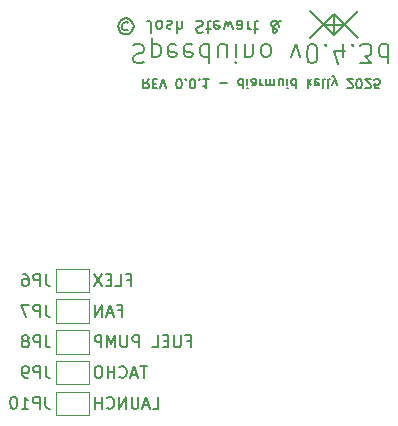
<source format=gbo>
G04 #@! TF.GenerationSoftware,KiCad,Pcbnew,9.0.2*
G04 #@! TF.CreationDate,2025-05-27T17:03:47+02:00*
G04 #@! TF.ProjectId,v0.4.3d,76302e34-2e33-4642-9e6b-696361645f70,4d*
G04 #@! TF.SameCoordinates,Original*
G04 #@! TF.FileFunction,Legend,Bot*
G04 #@! TF.FilePolarity,Positive*
%FSLAX46Y46*%
G04 Gerber Fmt 4.6, Leading zero omitted, Abs format (unit mm)*
G04 Created by KiCad (PCBNEW 9.0.2) date 2025-05-27 17:03:47*
%MOMM*%
%LPD*%
G01*
G04 APERTURE LIST*
%ADD10C,0.150000*%
%ADD11C,0.120000*%
G04 APERTURE END LIST*
D10*
X162152000Y-88646000D02*
X162152000Y-90246000D01*
X164152000Y-88392000D02*
X162152000Y-90392000D01*
X162152000Y-88646000D02*
X164152000Y-90646000D01*
X161352000Y-89574000D02*
X162952000Y-89574000D01*
X160152000Y-88392000D02*
X162152000Y-90392000D01*
X160152000Y-90646000D02*
X162152000Y-88646000D01*
X146317731Y-118454819D02*
X145746303Y-118454819D01*
X146032017Y-119454819D02*
X146032017Y-118454819D01*
X145460588Y-119169104D02*
X144984398Y-119169104D01*
X145555826Y-119454819D02*
X145222493Y-118454819D01*
X145222493Y-118454819D02*
X144889160Y-119454819D01*
X143984398Y-119359580D02*
X144032017Y-119407200D01*
X144032017Y-119407200D02*
X144174874Y-119454819D01*
X144174874Y-119454819D02*
X144270112Y-119454819D01*
X144270112Y-119454819D02*
X144412969Y-119407200D01*
X144412969Y-119407200D02*
X144508207Y-119311961D01*
X144508207Y-119311961D02*
X144555826Y-119216723D01*
X144555826Y-119216723D02*
X144603445Y-119026247D01*
X144603445Y-119026247D02*
X144603445Y-118883390D01*
X144603445Y-118883390D02*
X144555826Y-118692914D01*
X144555826Y-118692914D02*
X144508207Y-118597676D01*
X144508207Y-118597676D02*
X144412969Y-118502438D01*
X144412969Y-118502438D02*
X144270112Y-118454819D01*
X144270112Y-118454819D02*
X144174874Y-118454819D01*
X144174874Y-118454819D02*
X144032017Y-118502438D01*
X144032017Y-118502438D02*
X143984398Y-118550057D01*
X143555826Y-119454819D02*
X143555826Y-118454819D01*
X143555826Y-118931009D02*
X142984398Y-118931009D01*
X142984398Y-119454819D02*
X142984398Y-118454819D01*
X142317731Y-118454819D02*
X142127255Y-118454819D01*
X142127255Y-118454819D02*
X142032017Y-118502438D01*
X142032017Y-118502438D02*
X141936779Y-118597676D01*
X141936779Y-118597676D02*
X141889160Y-118788152D01*
X141889160Y-118788152D02*
X141889160Y-119121485D01*
X141889160Y-119121485D02*
X141936779Y-119311961D01*
X141936779Y-119311961D02*
X142032017Y-119407200D01*
X142032017Y-119407200D02*
X142127255Y-119454819D01*
X142127255Y-119454819D02*
X142317731Y-119454819D01*
X142317731Y-119454819D02*
X142412969Y-119407200D01*
X142412969Y-119407200D02*
X142508207Y-119311961D01*
X142508207Y-119311961D02*
X142555826Y-119121485D01*
X142555826Y-119121485D02*
X142555826Y-118788152D01*
X142555826Y-118788152D02*
X142508207Y-118597676D01*
X142508207Y-118597676D02*
X142412969Y-118502438D01*
X142412969Y-118502438D02*
X142317731Y-118454819D01*
X149698684Y-116331009D02*
X150032017Y-116331009D01*
X150032017Y-116854819D02*
X150032017Y-115854819D01*
X150032017Y-115854819D02*
X149555827Y-115854819D01*
X149174874Y-115854819D02*
X149174874Y-116664342D01*
X149174874Y-116664342D02*
X149127255Y-116759580D01*
X149127255Y-116759580D02*
X149079636Y-116807200D01*
X149079636Y-116807200D02*
X148984398Y-116854819D01*
X148984398Y-116854819D02*
X148793922Y-116854819D01*
X148793922Y-116854819D02*
X148698684Y-116807200D01*
X148698684Y-116807200D02*
X148651065Y-116759580D01*
X148651065Y-116759580D02*
X148603446Y-116664342D01*
X148603446Y-116664342D02*
X148603446Y-115854819D01*
X148127255Y-116331009D02*
X147793922Y-116331009D01*
X147651065Y-116854819D02*
X148127255Y-116854819D01*
X148127255Y-116854819D02*
X148127255Y-115854819D01*
X148127255Y-115854819D02*
X147651065Y-115854819D01*
X146746303Y-116854819D02*
X147222493Y-116854819D01*
X147222493Y-116854819D02*
X147222493Y-115854819D01*
X145651064Y-116854819D02*
X145651064Y-115854819D01*
X145651064Y-115854819D02*
X145270112Y-115854819D01*
X145270112Y-115854819D02*
X145174874Y-115902438D01*
X145174874Y-115902438D02*
X145127255Y-115950057D01*
X145127255Y-115950057D02*
X145079636Y-116045295D01*
X145079636Y-116045295D02*
X145079636Y-116188152D01*
X145079636Y-116188152D02*
X145127255Y-116283390D01*
X145127255Y-116283390D02*
X145174874Y-116331009D01*
X145174874Y-116331009D02*
X145270112Y-116378628D01*
X145270112Y-116378628D02*
X145651064Y-116378628D01*
X144651064Y-115854819D02*
X144651064Y-116664342D01*
X144651064Y-116664342D02*
X144603445Y-116759580D01*
X144603445Y-116759580D02*
X144555826Y-116807200D01*
X144555826Y-116807200D02*
X144460588Y-116854819D01*
X144460588Y-116854819D02*
X144270112Y-116854819D01*
X144270112Y-116854819D02*
X144174874Y-116807200D01*
X144174874Y-116807200D02*
X144127255Y-116759580D01*
X144127255Y-116759580D02*
X144079636Y-116664342D01*
X144079636Y-116664342D02*
X144079636Y-115854819D01*
X143603445Y-116854819D02*
X143603445Y-115854819D01*
X143603445Y-115854819D02*
X143270112Y-116569104D01*
X143270112Y-116569104D02*
X142936779Y-115854819D01*
X142936779Y-115854819D02*
X142936779Y-116854819D01*
X142460588Y-116854819D02*
X142460588Y-115854819D01*
X142460588Y-115854819D02*
X142079636Y-115854819D01*
X142079636Y-115854819D02*
X141984398Y-115902438D01*
X141984398Y-115902438D02*
X141936779Y-115950057D01*
X141936779Y-115950057D02*
X141889160Y-116045295D01*
X141889160Y-116045295D02*
X141889160Y-116188152D01*
X141889160Y-116188152D02*
X141936779Y-116283390D01*
X141936779Y-116283390D02*
X141984398Y-116331009D01*
X141984398Y-116331009D02*
X142079636Y-116378628D01*
X142079636Y-116378628D02*
X142460588Y-116378628D01*
X143889160Y-113731009D02*
X144222493Y-113731009D01*
X144222493Y-114254819D02*
X144222493Y-113254819D01*
X144222493Y-113254819D02*
X143746303Y-113254819D01*
X143412969Y-113969104D02*
X142936779Y-113969104D01*
X143508207Y-114254819D02*
X143174874Y-113254819D01*
X143174874Y-113254819D02*
X142841541Y-114254819D01*
X142508207Y-114254819D02*
X142508207Y-113254819D01*
X142508207Y-113254819D02*
X141936779Y-114254819D01*
X141936779Y-114254819D02*
X141936779Y-113254819D01*
X144651065Y-111131009D02*
X144984398Y-111131009D01*
X144984398Y-111654819D02*
X144984398Y-110654819D01*
X144984398Y-110654819D02*
X144508208Y-110654819D01*
X143651065Y-111654819D02*
X144127255Y-111654819D01*
X144127255Y-111654819D02*
X144127255Y-110654819D01*
X143317731Y-111131009D02*
X142984398Y-111131009D01*
X142841541Y-111654819D02*
X143317731Y-111654819D01*
X143317731Y-111654819D02*
X143317731Y-110654819D01*
X143317731Y-110654819D02*
X142841541Y-110654819D01*
X142508207Y-110654819D02*
X141841541Y-111654819D01*
X141841541Y-110654819D02*
X142508207Y-111654819D01*
X146476189Y-94137704D02*
X146209522Y-94518657D01*
X146019046Y-94137704D02*
X146019046Y-94937704D01*
X146019046Y-94937704D02*
X146323808Y-94937704D01*
X146323808Y-94937704D02*
X146399998Y-94899609D01*
X146399998Y-94899609D02*
X146438093Y-94861514D01*
X146438093Y-94861514D02*
X146476189Y-94785323D01*
X146476189Y-94785323D02*
X146476189Y-94671038D01*
X146476189Y-94671038D02*
X146438093Y-94594847D01*
X146438093Y-94594847D02*
X146399998Y-94556752D01*
X146399998Y-94556752D02*
X146323808Y-94518657D01*
X146323808Y-94518657D02*
X146019046Y-94518657D01*
X146819046Y-94556752D02*
X147085712Y-94556752D01*
X147199998Y-94137704D02*
X146819046Y-94137704D01*
X146819046Y-94137704D02*
X146819046Y-94937704D01*
X146819046Y-94937704D02*
X147199998Y-94937704D01*
X147428570Y-94937704D02*
X147695237Y-94137704D01*
X147695237Y-94137704D02*
X147961903Y-94937704D01*
X148990475Y-94937704D02*
X149066665Y-94937704D01*
X149066665Y-94937704D02*
X149142856Y-94899609D01*
X149142856Y-94899609D02*
X149180951Y-94861514D01*
X149180951Y-94861514D02*
X149219046Y-94785323D01*
X149219046Y-94785323D02*
X149257141Y-94632942D01*
X149257141Y-94632942D02*
X149257141Y-94442466D01*
X149257141Y-94442466D02*
X149219046Y-94290085D01*
X149219046Y-94290085D02*
X149180951Y-94213895D01*
X149180951Y-94213895D02*
X149142856Y-94175800D01*
X149142856Y-94175800D02*
X149066665Y-94137704D01*
X149066665Y-94137704D02*
X148990475Y-94137704D01*
X148990475Y-94137704D02*
X148914284Y-94175800D01*
X148914284Y-94175800D02*
X148876189Y-94213895D01*
X148876189Y-94213895D02*
X148838094Y-94290085D01*
X148838094Y-94290085D02*
X148799998Y-94442466D01*
X148799998Y-94442466D02*
X148799998Y-94632942D01*
X148799998Y-94632942D02*
X148838094Y-94785323D01*
X148838094Y-94785323D02*
X148876189Y-94861514D01*
X148876189Y-94861514D02*
X148914284Y-94899609D01*
X148914284Y-94899609D02*
X148990475Y-94937704D01*
X149599999Y-94213895D02*
X149638094Y-94175800D01*
X149638094Y-94175800D02*
X149599999Y-94137704D01*
X149599999Y-94137704D02*
X149561903Y-94175800D01*
X149561903Y-94175800D02*
X149599999Y-94213895D01*
X149599999Y-94213895D02*
X149599999Y-94137704D01*
X150133332Y-94937704D02*
X150209522Y-94937704D01*
X150209522Y-94937704D02*
X150285713Y-94899609D01*
X150285713Y-94899609D02*
X150323808Y-94861514D01*
X150323808Y-94861514D02*
X150361903Y-94785323D01*
X150361903Y-94785323D02*
X150399998Y-94632942D01*
X150399998Y-94632942D02*
X150399998Y-94442466D01*
X150399998Y-94442466D02*
X150361903Y-94290085D01*
X150361903Y-94290085D02*
X150323808Y-94213895D01*
X150323808Y-94213895D02*
X150285713Y-94175800D01*
X150285713Y-94175800D02*
X150209522Y-94137704D01*
X150209522Y-94137704D02*
X150133332Y-94137704D01*
X150133332Y-94137704D02*
X150057141Y-94175800D01*
X150057141Y-94175800D02*
X150019046Y-94213895D01*
X150019046Y-94213895D02*
X149980951Y-94290085D01*
X149980951Y-94290085D02*
X149942855Y-94442466D01*
X149942855Y-94442466D02*
X149942855Y-94632942D01*
X149942855Y-94632942D02*
X149980951Y-94785323D01*
X149980951Y-94785323D02*
X150019046Y-94861514D01*
X150019046Y-94861514D02*
X150057141Y-94899609D01*
X150057141Y-94899609D02*
X150133332Y-94937704D01*
X150742856Y-94213895D02*
X150780951Y-94175800D01*
X150780951Y-94175800D02*
X150742856Y-94137704D01*
X150742856Y-94137704D02*
X150704760Y-94175800D01*
X150704760Y-94175800D02*
X150742856Y-94213895D01*
X150742856Y-94213895D02*
X150742856Y-94137704D01*
X151542855Y-94137704D02*
X151085712Y-94137704D01*
X151314284Y-94137704D02*
X151314284Y-94937704D01*
X151314284Y-94937704D02*
X151238093Y-94823419D01*
X151238093Y-94823419D02*
X151161903Y-94747228D01*
X151161903Y-94747228D02*
X151085712Y-94709133D01*
X152495237Y-94442466D02*
X153104761Y-94442466D01*
X154438094Y-94137704D02*
X154438094Y-94937704D01*
X154438094Y-94175800D02*
X154361903Y-94137704D01*
X154361903Y-94137704D02*
X154209522Y-94137704D01*
X154209522Y-94137704D02*
X154133332Y-94175800D01*
X154133332Y-94175800D02*
X154095237Y-94213895D01*
X154095237Y-94213895D02*
X154057141Y-94290085D01*
X154057141Y-94290085D02*
X154057141Y-94518657D01*
X154057141Y-94518657D02*
X154095237Y-94594847D01*
X154095237Y-94594847D02*
X154133332Y-94632942D01*
X154133332Y-94632942D02*
X154209522Y-94671038D01*
X154209522Y-94671038D02*
X154361903Y-94671038D01*
X154361903Y-94671038D02*
X154438094Y-94632942D01*
X154819047Y-94137704D02*
X154819047Y-94671038D01*
X154819047Y-94937704D02*
X154780951Y-94899609D01*
X154780951Y-94899609D02*
X154819047Y-94861514D01*
X154819047Y-94861514D02*
X154857142Y-94899609D01*
X154857142Y-94899609D02*
X154819047Y-94937704D01*
X154819047Y-94937704D02*
X154819047Y-94861514D01*
X155542856Y-94137704D02*
X155542856Y-94556752D01*
X155542856Y-94556752D02*
X155504761Y-94632942D01*
X155504761Y-94632942D02*
X155428570Y-94671038D01*
X155428570Y-94671038D02*
X155276189Y-94671038D01*
X155276189Y-94671038D02*
X155199999Y-94632942D01*
X155542856Y-94175800D02*
X155466665Y-94137704D01*
X155466665Y-94137704D02*
X155276189Y-94137704D01*
X155276189Y-94137704D02*
X155199999Y-94175800D01*
X155199999Y-94175800D02*
X155161903Y-94251990D01*
X155161903Y-94251990D02*
X155161903Y-94328180D01*
X155161903Y-94328180D02*
X155199999Y-94404371D01*
X155199999Y-94404371D02*
X155276189Y-94442466D01*
X155276189Y-94442466D02*
X155466665Y-94442466D01*
X155466665Y-94442466D02*
X155542856Y-94480561D01*
X155923809Y-94137704D02*
X155923809Y-94671038D01*
X155923809Y-94518657D02*
X155961904Y-94594847D01*
X155961904Y-94594847D02*
X155999999Y-94632942D01*
X155999999Y-94632942D02*
X156076190Y-94671038D01*
X156076190Y-94671038D02*
X156152380Y-94671038D01*
X156419047Y-94137704D02*
X156419047Y-94671038D01*
X156419047Y-94594847D02*
X156457142Y-94632942D01*
X156457142Y-94632942D02*
X156533332Y-94671038D01*
X156533332Y-94671038D02*
X156647618Y-94671038D01*
X156647618Y-94671038D02*
X156723809Y-94632942D01*
X156723809Y-94632942D02*
X156761904Y-94556752D01*
X156761904Y-94556752D02*
X156761904Y-94137704D01*
X156761904Y-94556752D02*
X156799999Y-94632942D01*
X156799999Y-94632942D02*
X156876190Y-94671038D01*
X156876190Y-94671038D02*
X156990475Y-94671038D01*
X156990475Y-94671038D02*
X157066666Y-94632942D01*
X157066666Y-94632942D02*
X157104761Y-94556752D01*
X157104761Y-94556752D02*
X157104761Y-94137704D01*
X157828571Y-94671038D02*
X157828571Y-94137704D01*
X157485714Y-94671038D02*
X157485714Y-94251990D01*
X157485714Y-94251990D02*
X157523809Y-94175800D01*
X157523809Y-94175800D02*
X157599999Y-94137704D01*
X157599999Y-94137704D02*
X157714285Y-94137704D01*
X157714285Y-94137704D02*
X157790476Y-94175800D01*
X157790476Y-94175800D02*
X157828571Y-94213895D01*
X158209524Y-94137704D02*
X158209524Y-94671038D01*
X158209524Y-94937704D02*
X158171428Y-94899609D01*
X158171428Y-94899609D02*
X158209524Y-94861514D01*
X158209524Y-94861514D02*
X158247619Y-94899609D01*
X158247619Y-94899609D02*
X158209524Y-94937704D01*
X158209524Y-94937704D02*
X158209524Y-94861514D01*
X158933333Y-94137704D02*
X158933333Y-94937704D01*
X158933333Y-94175800D02*
X158857142Y-94137704D01*
X158857142Y-94137704D02*
X158704761Y-94137704D01*
X158704761Y-94137704D02*
X158628571Y-94175800D01*
X158628571Y-94175800D02*
X158590476Y-94213895D01*
X158590476Y-94213895D02*
X158552380Y-94290085D01*
X158552380Y-94290085D02*
X158552380Y-94518657D01*
X158552380Y-94518657D02*
X158590476Y-94594847D01*
X158590476Y-94594847D02*
X158628571Y-94632942D01*
X158628571Y-94632942D02*
X158704761Y-94671038D01*
X158704761Y-94671038D02*
X158857142Y-94671038D01*
X158857142Y-94671038D02*
X158933333Y-94632942D01*
X159923810Y-94137704D02*
X159923810Y-94937704D01*
X160000000Y-94442466D02*
X160228572Y-94137704D01*
X160228572Y-94671038D02*
X159923810Y-94366276D01*
X160876191Y-94175800D02*
X160800000Y-94137704D01*
X160800000Y-94137704D02*
X160647619Y-94137704D01*
X160647619Y-94137704D02*
X160571429Y-94175800D01*
X160571429Y-94175800D02*
X160533333Y-94251990D01*
X160533333Y-94251990D02*
X160533333Y-94556752D01*
X160533333Y-94556752D02*
X160571429Y-94632942D01*
X160571429Y-94632942D02*
X160647619Y-94671038D01*
X160647619Y-94671038D02*
X160800000Y-94671038D01*
X160800000Y-94671038D02*
X160876191Y-94632942D01*
X160876191Y-94632942D02*
X160914286Y-94556752D01*
X160914286Y-94556752D02*
X160914286Y-94480561D01*
X160914286Y-94480561D02*
X160533333Y-94404371D01*
X161371428Y-94137704D02*
X161295238Y-94175800D01*
X161295238Y-94175800D02*
X161257143Y-94251990D01*
X161257143Y-94251990D02*
X161257143Y-94937704D01*
X161790476Y-94137704D02*
X161714286Y-94175800D01*
X161714286Y-94175800D02*
X161676191Y-94251990D01*
X161676191Y-94251990D02*
X161676191Y-94937704D01*
X162019048Y-94671038D02*
X162209524Y-94137704D01*
X162400001Y-94671038D02*
X162209524Y-94137704D01*
X162209524Y-94137704D02*
X162133334Y-93947228D01*
X162133334Y-93947228D02*
X162095239Y-93909133D01*
X162095239Y-93909133D02*
X162019048Y-93871038D01*
X163276191Y-94861514D02*
X163314287Y-94899609D01*
X163314287Y-94899609D02*
X163390477Y-94937704D01*
X163390477Y-94937704D02*
X163580953Y-94937704D01*
X163580953Y-94937704D02*
X163657144Y-94899609D01*
X163657144Y-94899609D02*
X163695239Y-94861514D01*
X163695239Y-94861514D02*
X163733334Y-94785323D01*
X163733334Y-94785323D02*
X163733334Y-94709133D01*
X163733334Y-94709133D02*
X163695239Y-94594847D01*
X163695239Y-94594847D02*
X163238096Y-94137704D01*
X163238096Y-94137704D02*
X163733334Y-94137704D01*
X164228573Y-94937704D02*
X164304763Y-94937704D01*
X164304763Y-94937704D02*
X164380954Y-94899609D01*
X164380954Y-94899609D02*
X164419049Y-94861514D01*
X164419049Y-94861514D02*
X164457144Y-94785323D01*
X164457144Y-94785323D02*
X164495239Y-94632942D01*
X164495239Y-94632942D02*
X164495239Y-94442466D01*
X164495239Y-94442466D02*
X164457144Y-94290085D01*
X164457144Y-94290085D02*
X164419049Y-94213895D01*
X164419049Y-94213895D02*
X164380954Y-94175800D01*
X164380954Y-94175800D02*
X164304763Y-94137704D01*
X164304763Y-94137704D02*
X164228573Y-94137704D01*
X164228573Y-94137704D02*
X164152382Y-94175800D01*
X164152382Y-94175800D02*
X164114287Y-94213895D01*
X164114287Y-94213895D02*
X164076192Y-94290085D01*
X164076192Y-94290085D02*
X164038096Y-94442466D01*
X164038096Y-94442466D02*
X164038096Y-94632942D01*
X164038096Y-94632942D02*
X164076192Y-94785323D01*
X164076192Y-94785323D02*
X164114287Y-94861514D01*
X164114287Y-94861514D02*
X164152382Y-94899609D01*
X164152382Y-94899609D02*
X164228573Y-94937704D01*
X164800001Y-94861514D02*
X164838097Y-94899609D01*
X164838097Y-94899609D02*
X164914287Y-94937704D01*
X164914287Y-94937704D02*
X165104763Y-94937704D01*
X165104763Y-94937704D02*
X165180954Y-94899609D01*
X165180954Y-94899609D02*
X165219049Y-94861514D01*
X165219049Y-94861514D02*
X165257144Y-94785323D01*
X165257144Y-94785323D02*
X165257144Y-94709133D01*
X165257144Y-94709133D02*
X165219049Y-94594847D01*
X165219049Y-94594847D02*
X164761906Y-94137704D01*
X164761906Y-94137704D02*
X165257144Y-94137704D01*
X165980954Y-94937704D02*
X165600002Y-94937704D01*
X165600002Y-94937704D02*
X165561906Y-94556752D01*
X165561906Y-94556752D02*
X165600002Y-94594847D01*
X165600002Y-94594847D02*
X165676192Y-94632942D01*
X165676192Y-94632942D02*
X165866668Y-94632942D01*
X165866668Y-94632942D02*
X165942859Y-94594847D01*
X165942859Y-94594847D02*
X165980954Y-94556752D01*
X165980954Y-94556752D02*
X166019049Y-94480561D01*
X166019049Y-94480561D02*
X166019049Y-94290085D01*
X166019049Y-94290085D02*
X165980954Y-94213895D01*
X165980954Y-94213895D02*
X165942859Y-94175800D01*
X165942859Y-94175800D02*
X165866668Y-94137704D01*
X165866668Y-94137704D02*
X165676192Y-94137704D01*
X165676192Y-94137704D02*
X165600002Y-94175800D01*
X165600002Y-94175800D02*
X165561906Y-94213895D01*
X145136950Y-91291800D02*
X145365522Y-91215609D01*
X145365522Y-91215609D02*
X145746474Y-91215609D01*
X145746474Y-91215609D02*
X145898855Y-91291800D01*
X145898855Y-91291800D02*
X145975046Y-91367990D01*
X145975046Y-91367990D02*
X146051236Y-91520371D01*
X146051236Y-91520371D02*
X146051236Y-91672752D01*
X146051236Y-91672752D02*
X145975046Y-91825133D01*
X145975046Y-91825133D02*
X145898855Y-91901323D01*
X145898855Y-91901323D02*
X145746474Y-91977514D01*
X145746474Y-91977514D02*
X145441712Y-92053704D01*
X145441712Y-92053704D02*
X145289331Y-92129895D01*
X145289331Y-92129895D02*
X145213141Y-92206085D01*
X145213141Y-92206085D02*
X145136950Y-92358466D01*
X145136950Y-92358466D02*
X145136950Y-92510847D01*
X145136950Y-92510847D02*
X145213141Y-92663228D01*
X145213141Y-92663228D02*
X145289331Y-92739419D01*
X145289331Y-92739419D02*
X145441712Y-92815609D01*
X145441712Y-92815609D02*
X145822665Y-92815609D01*
X145822665Y-92815609D02*
X146051236Y-92739419D01*
X146736951Y-92282276D02*
X146736951Y-90682276D01*
X146736951Y-92206085D02*
X146889332Y-92282276D01*
X146889332Y-92282276D02*
X147194094Y-92282276D01*
X147194094Y-92282276D02*
X147346475Y-92206085D01*
X147346475Y-92206085D02*
X147422665Y-92129895D01*
X147422665Y-92129895D02*
X147498856Y-91977514D01*
X147498856Y-91977514D02*
X147498856Y-91520371D01*
X147498856Y-91520371D02*
X147422665Y-91367990D01*
X147422665Y-91367990D02*
X147346475Y-91291800D01*
X147346475Y-91291800D02*
X147194094Y-91215609D01*
X147194094Y-91215609D02*
X146889332Y-91215609D01*
X146889332Y-91215609D02*
X146736951Y-91291800D01*
X148794094Y-91291800D02*
X148641713Y-91215609D01*
X148641713Y-91215609D02*
X148336951Y-91215609D01*
X148336951Y-91215609D02*
X148184570Y-91291800D01*
X148184570Y-91291800D02*
X148108379Y-91444180D01*
X148108379Y-91444180D02*
X148108379Y-92053704D01*
X148108379Y-92053704D02*
X148184570Y-92206085D01*
X148184570Y-92206085D02*
X148336951Y-92282276D01*
X148336951Y-92282276D02*
X148641713Y-92282276D01*
X148641713Y-92282276D02*
X148794094Y-92206085D01*
X148794094Y-92206085D02*
X148870284Y-92053704D01*
X148870284Y-92053704D02*
X148870284Y-91901323D01*
X148870284Y-91901323D02*
X148108379Y-91748942D01*
X150165523Y-91291800D02*
X150013142Y-91215609D01*
X150013142Y-91215609D02*
X149708380Y-91215609D01*
X149708380Y-91215609D02*
X149555999Y-91291800D01*
X149555999Y-91291800D02*
X149479808Y-91444180D01*
X149479808Y-91444180D02*
X149479808Y-92053704D01*
X149479808Y-92053704D02*
X149555999Y-92206085D01*
X149555999Y-92206085D02*
X149708380Y-92282276D01*
X149708380Y-92282276D02*
X150013142Y-92282276D01*
X150013142Y-92282276D02*
X150165523Y-92206085D01*
X150165523Y-92206085D02*
X150241713Y-92053704D01*
X150241713Y-92053704D02*
X150241713Y-91901323D01*
X150241713Y-91901323D02*
X149479808Y-91748942D01*
X151613142Y-91215609D02*
X151613142Y-92815609D01*
X151613142Y-91291800D02*
X151460761Y-91215609D01*
X151460761Y-91215609D02*
X151155999Y-91215609D01*
X151155999Y-91215609D02*
X151003618Y-91291800D01*
X151003618Y-91291800D02*
X150927428Y-91367990D01*
X150927428Y-91367990D02*
X150851237Y-91520371D01*
X150851237Y-91520371D02*
X150851237Y-91977514D01*
X150851237Y-91977514D02*
X150927428Y-92129895D01*
X150927428Y-92129895D02*
X151003618Y-92206085D01*
X151003618Y-92206085D02*
X151155999Y-92282276D01*
X151155999Y-92282276D02*
X151460761Y-92282276D01*
X151460761Y-92282276D02*
X151613142Y-92206085D01*
X153060761Y-92282276D02*
X153060761Y-91215609D01*
X152375047Y-92282276D02*
X152375047Y-91444180D01*
X152375047Y-91444180D02*
X152451237Y-91291800D01*
X152451237Y-91291800D02*
X152603618Y-91215609D01*
X152603618Y-91215609D02*
X152832190Y-91215609D01*
X152832190Y-91215609D02*
X152984571Y-91291800D01*
X152984571Y-91291800D02*
X153060761Y-91367990D01*
X153822666Y-91215609D02*
X153822666Y-92282276D01*
X153822666Y-92815609D02*
X153746475Y-92739419D01*
X153746475Y-92739419D02*
X153822666Y-92663228D01*
X153822666Y-92663228D02*
X153898856Y-92739419D01*
X153898856Y-92739419D02*
X153822666Y-92815609D01*
X153822666Y-92815609D02*
X153822666Y-92663228D01*
X154584571Y-92282276D02*
X154584571Y-91215609D01*
X154584571Y-92129895D02*
X154660761Y-92206085D01*
X154660761Y-92206085D02*
X154813142Y-92282276D01*
X154813142Y-92282276D02*
X155041714Y-92282276D01*
X155041714Y-92282276D02*
X155194095Y-92206085D01*
X155194095Y-92206085D02*
X155270285Y-92053704D01*
X155270285Y-92053704D02*
X155270285Y-91215609D01*
X156260761Y-91215609D02*
X156108380Y-91291800D01*
X156108380Y-91291800D02*
X156032190Y-91367990D01*
X156032190Y-91367990D02*
X155955999Y-91520371D01*
X155955999Y-91520371D02*
X155955999Y-91977514D01*
X155955999Y-91977514D02*
X156032190Y-92129895D01*
X156032190Y-92129895D02*
X156108380Y-92206085D01*
X156108380Y-92206085D02*
X156260761Y-92282276D01*
X156260761Y-92282276D02*
X156489333Y-92282276D01*
X156489333Y-92282276D02*
X156641714Y-92206085D01*
X156641714Y-92206085D02*
X156717904Y-92129895D01*
X156717904Y-92129895D02*
X156794095Y-91977514D01*
X156794095Y-91977514D02*
X156794095Y-91520371D01*
X156794095Y-91520371D02*
X156717904Y-91367990D01*
X156717904Y-91367990D02*
X156641714Y-91291800D01*
X156641714Y-91291800D02*
X156489333Y-91215609D01*
X156489333Y-91215609D02*
X156260761Y-91215609D01*
X158546476Y-92282276D02*
X158927428Y-91215609D01*
X158927428Y-91215609D02*
X159308381Y-92282276D01*
X160222667Y-92815609D02*
X160375048Y-92815609D01*
X160375048Y-92815609D02*
X160527429Y-92739419D01*
X160527429Y-92739419D02*
X160603619Y-92663228D01*
X160603619Y-92663228D02*
X160679810Y-92510847D01*
X160679810Y-92510847D02*
X160756000Y-92206085D01*
X160756000Y-92206085D02*
X160756000Y-91825133D01*
X160756000Y-91825133D02*
X160679810Y-91520371D01*
X160679810Y-91520371D02*
X160603619Y-91367990D01*
X160603619Y-91367990D02*
X160527429Y-91291800D01*
X160527429Y-91291800D02*
X160375048Y-91215609D01*
X160375048Y-91215609D02*
X160222667Y-91215609D01*
X160222667Y-91215609D02*
X160070286Y-91291800D01*
X160070286Y-91291800D02*
X159994095Y-91367990D01*
X159994095Y-91367990D02*
X159917905Y-91520371D01*
X159917905Y-91520371D02*
X159841714Y-91825133D01*
X159841714Y-91825133D02*
X159841714Y-92206085D01*
X159841714Y-92206085D02*
X159917905Y-92510847D01*
X159917905Y-92510847D02*
X159994095Y-92663228D01*
X159994095Y-92663228D02*
X160070286Y-92739419D01*
X160070286Y-92739419D02*
X160222667Y-92815609D01*
X161441715Y-91367990D02*
X161517905Y-91291800D01*
X161517905Y-91291800D02*
X161441715Y-91215609D01*
X161441715Y-91215609D02*
X161365524Y-91291800D01*
X161365524Y-91291800D02*
X161441715Y-91367990D01*
X161441715Y-91367990D02*
X161441715Y-91215609D01*
X162889334Y-92282276D02*
X162889334Y-91215609D01*
X162508382Y-92891800D02*
X162127429Y-91748942D01*
X162127429Y-91748942D02*
X163117906Y-91748942D01*
X163727430Y-91367990D02*
X163803620Y-91291800D01*
X163803620Y-91291800D02*
X163727430Y-91215609D01*
X163727430Y-91215609D02*
X163651239Y-91291800D01*
X163651239Y-91291800D02*
X163727430Y-91367990D01*
X163727430Y-91367990D02*
X163727430Y-91215609D01*
X164336954Y-92815609D02*
X165327430Y-92815609D01*
X165327430Y-92815609D02*
X164794097Y-92206085D01*
X164794097Y-92206085D02*
X165022668Y-92206085D01*
X165022668Y-92206085D02*
X165175049Y-92129895D01*
X165175049Y-92129895D02*
X165251240Y-92053704D01*
X165251240Y-92053704D02*
X165327430Y-91901323D01*
X165327430Y-91901323D02*
X165327430Y-91520371D01*
X165327430Y-91520371D02*
X165251240Y-91367990D01*
X165251240Y-91367990D02*
X165175049Y-91291800D01*
X165175049Y-91291800D02*
X165022668Y-91215609D01*
X165022668Y-91215609D02*
X164565525Y-91215609D01*
X164565525Y-91215609D02*
X164413144Y-91291800D01*
X164413144Y-91291800D02*
X164336954Y-91367990D01*
X166698859Y-91215609D02*
X166698859Y-92815609D01*
X166698859Y-91291800D02*
X166546478Y-91215609D01*
X166546478Y-91215609D02*
X166241716Y-91215609D01*
X166241716Y-91215609D02*
X166089335Y-91291800D01*
X166089335Y-91291800D02*
X166013145Y-91367990D01*
X166013145Y-91367990D02*
X165936954Y-91520371D01*
X165936954Y-91520371D02*
X165936954Y-91977514D01*
X165936954Y-91977514D02*
X166013145Y-92129895D01*
X166013145Y-92129895D02*
X166089335Y-92206085D01*
X166089335Y-92206085D02*
X166241716Y-92282276D01*
X166241716Y-92282276D02*
X166546478Y-92282276D01*
X166546478Y-92282276D02*
X166698859Y-92206085D01*
X144725237Y-89969085D02*
X144629998Y-90016704D01*
X144629998Y-90016704D02*
X144439522Y-90016704D01*
X144439522Y-90016704D02*
X144344284Y-89969085D01*
X144344284Y-89969085D02*
X144249046Y-89873847D01*
X144249046Y-89873847D02*
X144201427Y-89778609D01*
X144201427Y-89778609D02*
X144201427Y-89588133D01*
X144201427Y-89588133D02*
X144249046Y-89492895D01*
X144249046Y-89492895D02*
X144344284Y-89397657D01*
X144344284Y-89397657D02*
X144439522Y-89350038D01*
X144439522Y-89350038D02*
X144629998Y-89350038D01*
X144629998Y-89350038D02*
X144725237Y-89397657D01*
X144534760Y-90350038D02*
X144296665Y-90302419D01*
X144296665Y-90302419D02*
X144058570Y-90159561D01*
X144058570Y-90159561D02*
X143915713Y-89921466D01*
X143915713Y-89921466D02*
X143868094Y-89683371D01*
X143868094Y-89683371D02*
X143915713Y-89445276D01*
X143915713Y-89445276D02*
X144058570Y-89207180D01*
X144058570Y-89207180D02*
X144296665Y-89064323D01*
X144296665Y-89064323D02*
X144534760Y-89016704D01*
X144534760Y-89016704D02*
X144772856Y-89064323D01*
X144772856Y-89064323D02*
X145010951Y-89207180D01*
X145010951Y-89207180D02*
X145153808Y-89445276D01*
X145153808Y-89445276D02*
X145201427Y-89683371D01*
X145201427Y-89683371D02*
X145153808Y-89921466D01*
X145153808Y-89921466D02*
X145010951Y-90159561D01*
X145010951Y-90159561D02*
X144772856Y-90302419D01*
X144772856Y-90302419D02*
X144534760Y-90350038D01*
X146677618Y-90207180D02*
X146677618Y-89492895D01*
X146677618Y-89492895D02*
X146629999Y-89350038D01*
X146629999Y-89350038D02*
X146534761Y-89254800D01*
X146534761Y-89254800D02*
X146391904Y-89207180D01*
X146391904Y-89207180D02*
X146296666Y-89207180D01*
X147296666Y-89207180D02*
X147201428Y-89254800D01*
X147201428Y-89254800D02*
X147153809Y-89302419D01*
X147153809Y-89302419D02*
X147106190Y-89397657D01*
X147106190Y-89397657D02*
X147106190Y-89683371D01*
X147106190Y-89683371D02*
X147153809Y-89778609D01*
X147153809Y-89778609D02*
X147201428Y-89826228D01*
X147201428Y-89826228D02*
X147296666Y-89873847D01*
X147296666Y-89873847D02*
X147439523Y-89873847D01*
X147439523Y-89873847D02*
X147534761Y-89826228D01*
X147534761Y-89826228D02*
X147582380Y-89778609D01*
X147582380Y-89778609D02*
X147629999Y-89683371D01*
X147629999Y-89683371D02*
X147629999Y-89397657D01*
X147629999Y-89397657D02*
X147582380Y-89302419D01*
X147582380Y-89302419D02*
X147534761Y-89254800D01*
X147534761Y-89254800D02*
X147439523Y-89207180D01*
X147439523Y-89207180D02*
X147296666Y-89207180D01*
X148010952Y-89254800D02*
X148106190Y-89207180D01*
X148106190Y-89207180D02*
X148296666Y-89207180D01*
X148296666Y-89207180D02*
X148391904Y-89254800D01*
X148391904Y-89254800D02*
X148439523Y-89350038D01*
X148439523Y-89350038D02*
X148439523Y-89397657D01*
X148439523Y-89397657D02*
X148391904Y-89492895D01*
X148391904Y-89492895D02*
X148296666Y-89540514D01*
X148296666Y-89540514D02*
X148153809Y-89540514D01*
X148153809Y-89540514D02*
X148058571Y-89588133D01*
X148058571Y-89588133D02*
X148010952Y-89683371D01*
X148010952Y-89683371D02*
X148010952Y-89730990D01*
X148010952Y-89730990D02*
X148058571Y-89826228D01*
X148058571Y-89826228D02*
X148153809Y-89873847D01*
X148153809Y-89873847D02*
X148296666Y-89873847D01*
X148296666Y-89873847D02*
X148391904Y-89826228D01*
X148868095Y-89207180D02*
X148868095Y-90207180D01*
X149296666Y-89207180D02*
X149296666Y-89730990D01*
X149296666Y-89730990D02*
X149249047Y-89826228D01*
X149249047Y-89826228D02*
X149153809Y-89873847D01*
X149153809Y-89873847D02*
X149010952Y-89873847D01*
X149010952Y-89873847D02*
X148915714Y-89826228D01*
X148915714Y-89826228D02*
X148868095Y-89778609D01*
X150487143Y-89254800D02*
X150630000Y-89207180D01*
X150630000Y-89207180D02*
X150868095Y-89207180D01*
X150868095Y-89207180D02*
X150963333Y-89254800D01*
X150963333Y-89254800D02*
X151010952Y-89302419D01*
X151010952Y-89302419D02*
X151058571Y-89397657D01*
X151058571Y-89397657D02*
X151058571Y-89492895D01*
X151058571Y-89492895D02*
X151010952Y-89588133D01*
X151010952Y-89588133D02*
X150963333Y-89635752D01*
X150963333Y-89635752D02*
X150868095Y-89683371D01*
X150868095Y-89683371D02*
X150677619Y-89730990D01*
X150677619Y-89730990D02*
X150582381Y-89778609D01*
X150582381Y-89778609D02*
X150534762Y-89826228D01*
X150534762Y-89826228D02*
X150487143Y-89921466D01*
X150487143Y-89921466D02*
X150487143Y-90016704D01*
X150487143Y-90016704D02*
X150534762Y-90111942D01*
X150534762Y-90111942D02*
X150582381Y-90159561D01*
X150582381Y-90159561D02*
X150677619Y-90207180D01*
X150677619Y-90207180D02*
X150915714Y-90207180D01*
X150915714Y-90207180D02*
X151058571Y-90159561D01*
X151344286Y-89873847D02*
X151725238Y-89873847D01*
X151487143Y-90207180D02*
X151487143Y-89350038D01*
X151487143Y-89350038D02*
X151534762Y-89254800D01*
X151534762Y-89254800D02*
X151630000Y-89207180D01*
X151630000Y-89207180D02*
X151725238Y-89207180D01*
X152439524Y-89254800D02*
X152344286Y-89207180D01*
X152344286Y-89207180D02*
X152153810Y-89207180D01*
X152153810Y-89207180D02*
X152058572Y-89254800D01*
X152058572Y-89254800D02*
X152010953Y-89350038D01*
X152010953Y-89350038D02*
X152010953Y-89730990D01*
X152010953Y-89730990D02*
X152058572Y-89826228D01*
X152058572Y-89826228D02*
X152153810Y-89873847D01*
X152153810Y-89873847D02*
X152344286Y-89873847D01*
X152344286Y-89873847D02*
X152439524Y-89826228D01*
X152439524Y-89826228D02*
X152487143Y-89730990D01*
X152487143Y-89730990D02*
X152487143Y-89635752D01*
X152487143Y-89635752D02*
X152010953Y-89540514D01*
X152820477Y-89873847D02*
X153010953Y-89207180D01*
X153010953Y-89207180D02*
X153201429Y-89683371D01*
X153201429Y-89683371D02*
X153391905Y-89207180D01*
X153391905Y-89207180D02*
X153582381Y-89873847D01*
X154391905Y-89207180D02*
X154391905Y-89730990D01*
X154391905Y-89730990D02*
X154344286Y-89826228D01*
X154344286Y-89826228D02*
X154249048Y-89873847D01*
X154249048Y-89873847D02*
X154058572Y-89873847D01*
X154058572Y-89873847D02*
X153963334Y-89826228D01*
X154391905Y-89254800D02*
X154296667Y-89207180D01*
X154296667Y-89207180D02*
X154058572Y-89207180D01*
X154058572Y-89207180D02*
X153963334Y-89254800D01*
X153963334Y-89254800D02*
X153915715Y-89350038D01*
X153915715Y-89350038D02*
X153915715Y-89445276D01*
X153915715Y-89445276D02*
X153963334Y-89540514D01*
X153963334Y-89540514D02*
X154058572Y-89588133D01*
X154058572Y-89588133D02*
X154296667Y-89588133D01*
X154296667Y-89588133D02*
X154391905Y-89635752D01*
X154868096Y-89207180D02*
X154868096Y-89873847D01*
X154868096Y-89683371D02*
X154915715Y-89778609D01*
X154915715Y-89778609D02*
X154963334Y-89826228D01*
X154963334Y-89826228D02*
X155058572Y-89873847D01*
X155058572Y-89873847D02*
X155153810Y-89873847D01*
X155344287Y-89873847D02*
X155725239Y-89873847D01*
X155487144Y-90207180D02*
X155487144Y-89350038D01*
X155487144Y-89350038D02*
X155534763Y-89254800D01*
X155534763Y-89254800D02*
X155630001Y-89207180D01*
X155630001Y-89207180D02*
X155725239Y-89207180D01*
X157630002Y-89207180D02*
X157582383Y-89207180D01*
X157582383Y-89207180D02*
X157487144Y-89254800D01*
X157487144Y-89254800D02*
X157344287Y-89397657D01*
X157344287Y-89397657D02*
X157106192Y-89683371D01*
X157106192Y-89683371D02*
X157010954Y-89826228D01*
X157010954Y-89826228D02*
X156963335Y-89969085D01*
X156963335Y-89969085D02*
X156963335Y-90064323D01*
X156963335Y-90064323D02*
X157010954Y-90159561D01*
X157010954Y-90159561D02*
X157106192Y-90207180D01*
X157106192Y-90207180D02*
X157153811Y-90207180D01*
X157153811Y-90207180D02*
X157249049Y-90159561D01*
X157249049Y-90159561D02*
X157296668Y-90064323D01*
X157296668Y-90064323D02*
X157296668Y-90016704D01*
X157296668Y-90016704D02*
X157249049Y-89921466D01*
X157249049Y-89921466D02*
X157201430Y-89873847D01*
X157201430Y-89873847D02*
X156915716Y-89683371D01*
X156915716Y-89683371D02*
X156868097Y-89635752D01*
X156868097Y-89635752D02*
X156820478Y-89540514D01*
X156820478Y-89540514D02*
X156820478Y-89397657D01*
X156820478Y-89397657D02*
X156868097Y-89302419D01*
X156868097Y-89302419D02*
X156915716Y-89254800D01*
X156915716Y-89254800D02*
X157010954Y-89207180D01*
X157010954Y-89207180D02*
X157153811Y-89207180D01*
X157153811Y-89207180D02*
X157249049Y-89254800D01*
X157249049Y-89254800D02*
X157296668Y-89302419D01*
X157296668Y-89302419D02*
X157439525Y-89492895D01*
X157439525Y-89492895D02*
X157487144Y-89635752D01*
X157487144Y-89635752D02*
X157487144Y-89730990D01*
X146793922Y-122054819D02*
X147270112Y-122054819D01*
X147270112Y-122054819D02*
X147270112Y-121054819D01*
X146508207Y-121769104D02*
X146032017Y-121769104D01*
X146603445Y-122054819D02*
X146270112Y-121054819D01*
X146270112Y-121054819D02*
X145936779Y-122054819D01*
X145603445Y-121054819D02*
X145603445Y-121864342D01*
X145603445Y-121864342D02*
X145555826Y-121959580D01*
X145555826Y-121959580D02*
X145508207Y-122007200D01*
X145508207Y-122007200D02*
X145412969Y-122054819D01*
X145412969Y-122054819D02*
X145222493Y-122054819D01*
X145222493Y-122054819D02*
X145127255Y-122007200D01*
X145127255Y-122007200D02*
X145079636Y-121959580D01*
X145079636Y-121959580D02*
X145032017Y-121864342D01*
X145032017Y-121864342D02*
X145032017Y-121054819D01*
X144555826Y-122054819D02*
X144555826Y-121054819D01*
X144555826Y-121054819D02*
X143984398Y-122054819D01*
X143984398Y-122054819D02*
X143984398Y-121054819D01*
X142936779Y-121959580D02*
X142984398Y-122007200D01*
X142984398Y-122007200D02*
X143127255Y-122054819D01*
X143127255Y-122054819D02*
X143222493Y-122054819D01*
X143222493Y-122054819D02*
X143365350Y-122007200D01*
X143365350Y-122007200D02*
X143460588Y-121911961D01*
X143460588Y-121911961D02*
X143508207Y-121816723D01*
X143508207Y-121816723D02*
X143555826Y-121626247D01*
X143555826Y-121626247D02*
X143555826Y-121483390D01*
X143555826Y-121483390D02*
X143508207Y-121292914D01*
X143508207Y-121292914D02*
X143460588Y-121197676D01*
X143460588Y-121197676D02*
X143365350Y-121102438D01*
X143365350Y-121102438D02*
X143222493Y-121054819D01*
X143222493Y-121054819D02*
X143127255Y-121054819D01*
X143127255Y-121054819D02*
X142984398Y-121102438D01*
X142984398Y-121102438D02*
X142936779Y-121150057D01*
X142508207Y-122054819D02*
X142508207Y-121054819D01*
X142508207Y-121531009D02*
X141936779Y-121531009D01*
X141936779Y-122054819D02*
X141936779Y-121054819D01*
X137733333Y-115854819D02*
X137733333Y-116569104D01*
X137733333Y-116569104D02*
X137780952Y-116711961D01*
X137780952Y-116711961D02*
X137876190Y-116807200D01*
X137876190Y-116807200D02*
X138019047Y-116854819D01*
X138019047Y-116854819D02*
X138114285Y-116854819D01*
X137257142Y-116854819D02*
X137257142Y-115854819D01*
X137257142Y-115854819D02*
X136876190Y-115854819D01*
X136876190Y-115854819D02*
X136780952Y-115902438D01*
X136780952Y-115902438D02*
X136733333Y-115950057D01*
X136733333Y-115950057D02*
X136685714Y-116045295D01*
X136685714Y-116045295D02*
X136685714Y-116188152D01*
X136685714Y-116188152D02*
X136733333Y-116283390D01*
X136733333Y-116283390D02*
X136780952Y-116331009D01*
X136780952Y-116331009D02*
X136876190Y-116378628D01*
X136876190Y-116378628D02*
X137257142Y-116378628D01*
X136114285Y-116283390D02*
X136209523Y-116235771D01*
X136209523Y-116235771D02*
X136257142Y-116188152D01*
X136257142Y-116188152D02*
X136304761Y-116092914D01*
X136304761Y-116092914D02*
X136304761Y-116045295D01*
X136304761Y-116045295D02*
X136257142Y-115950057D01*
X136257142Y-115950057D02*
X136209523Y-115902438D01*
X136209523Y-115902438D02*
X136114285Y-115854819D01*
X136114285Y-115854819D02*
X135923809Y-115854819D01*
X135923809Y-115854819D02*
X135828571Y-115902438D01*
X135828571Y-115902438D02*
X135780952Y-115950057D01*
X135780952Y-115950057D02*
X135733333Y-116045295D01*
X135733333Y-116045295D02*
X135733333Y-116092914D01*
X135733333Y-116092914D02*
X135780952Y-116188152D01*
X135780952Y-116188152D02*
X135828571Y-116235771D01*
X135828571Y-116235771D02*
X135923809Y-116283390D01*
X135923809Y-116283390D02*
X136114285Y-116283390D01*
X136114285Y-116283390D02*
X136209523Y-116331009D01*
X136209523Y-116331009D02*
X136257142Y-116378628D01*
X136257142Y-116378628D02*
X136304761Y-116473866D01*
X136304761Y-116473866D02*
X136304761Y-116664342D01*
X136304761Y-116664342D02*
X136257142Y-116759580D01*
X136257142Y-116759580D02*
X136209523Y-116807200D01*
X136209523Y-116807200D02*
X136114285Y-116854819D01*
X136114285Y-116854819D02*
X135923809Y-116854819D01*
X135923809Y-116854819D02*
X135828571Y-116807200D01*
X135828571Y-116807200D02*
X135780952Y-116759580D01*
X135780952Y-116759580D02*
X135733333Y-116664342D01*
X135733333Y-116664342D02*
X135733333Y-116473866D01*
X135733333Y-116473866D02*
X135780952Y-116378628D01*
X135780952Y-116378628D02*
X135828571Y-116331009D01*
X135828571Y-116331009D02*
X135923809Y-116283390D01*
X137733333Y-110654819D02*
X137733333Y-111369104D01*
X137733333Y-111369104D02*
X137780952Y-111511961D01*
X137780952Y-111511961D02*
X137876190Y-111607200D01*
X137876190Y-111607200D02*
X138019047Y-111654819D01*
X138019047Y-111654819D02*
X138114285Y-111654819D01*
X137257142Y-111654819D02*
X137257142Y-110654819D01*
X137257142Y-110654819D02*
X136876190Y-110654819D01*
X136876190Y-110654819D02*
X136780952Y-110702438D01*
X136780952Y-110702438D02*
X136733333Y-110750057D01*
X136733333Y-110750057D02*
X136685714Y-110845295D01*
X136685714Y-110845295D02*
X136685714Y-110988152D01*
X136685714Y-110988152D02*
X136733333Y-111083390D01*
X136733333Y-111083390D02*
X136780952Y-111131009D01*
X136780952Y-111131009D02*
X136876190Y-111178628D01*
X136876190Y-111178628D02*
X137257142Y-111178628D01*
X135828571Y-110654819D02*
X136019047Y-110654819D01*
X136019047Y-110654819D02*
X136114285Y-110702438D01*
X136114285Y-110702438D02*
X136161904Y-110750057D01*
X136161904Y-110750057D02*
X136257142Y-110892914D01*
X136257142Y-110892914D02*
X136304761Y-111083390D01*
X136304761Y-111083390D02*
X136304761Y-111464342D01*
X136304761Y-111464342D02*
X136257142Y-111559580D01*
X136257142Y-111559580D02*
X136209523Y-111607200D01*
X136209523Y-111607200D02*
X136114285Y-111654819D01*
X136114285Y-111654819D02*
X135923809Y-111654819D01*
X135923809Y-111654819D02*
X135828571Y-111607200D01*
X135828571Y-111607200D02*
X135780952Y-111559580D01*
X135780952Y-111559580D02*
X135733333Y-111464342D01*
X135733333Y-111464342D02*
X135733333Y-111226247D01*
X135733333Y-111226247D02*
X135780952Y-111131009D01*
X135780952Y-111131009D02*
X135828571Y-111083390D01*
X135828571Y-111083390D02*
X135923809Y-111035771D01*
X135923809Y-111035771D02*
X136114285Y-111035771D01*
X136114285Y-111035771D02*
X136209523Y-111083390D01*
X136209523Y-111083390D02*
X136257142Y-111131009D01*
X136257142Y-111131009D02*
X136304761Y-111226247D01*
X137733333Y-113254819D02*
X137733333Y-113969104D01*
X137733333Y-113969104D02*
X137780952Y-114111961D01*
X137780952Y-114111961D02*
X137876190Y-114207200D01*
X137876190Y-114207200D02*
X138019047Y-114254819D01*
X138019047Y-114254819D02*
X138114285Y-114254819D01*
X137257142Y-114254819D02*
X137257142Y-113254819D01*
X137257142Y-113254819D02*
X136876190Y-113254819D01*
X136876190Y-113254819D02*
X136780952Y-113302438D01*
X136780952Y-113302438D02*
X136733333Y-113350057D01*
X136733333Y-113350057D02*
X136685714Y-113445295D01*
X136685714Y-113445295D02*
X136685714Y-113588152D01*
X136685714Y-113588152D02*
X136733333Y-113683390D01*
X136733333Y-113683390D02*
X136780952Y-113731009D01*
X136780952Y-113731009D02*
X136876190Y-113778628D01*
X136876190Y-113778628D02*
X137257142Y-113778628D01*
X136352380Y-113254819D02*
X135685714Y-113254819D01*
X135685714Y-113254819D02*
X136114285Y-114254819D01*
X137733333Y-118454819D02*
X137733333Y-119169104D01*
X137733333Y-119169104D02*
X137780952Y-119311961D01*
X137780952Y-119311961D02*
X137876190Y-119407200D01*
X137876190Y-119407200D02*
X138019047Y-119454819D01*
X138019047Y-119454819D02*
X138114285Y-119454819D01*
X137257142Y-119454819D02*
X137257142Y-118454819D01*
X137257142Y-118454819D02*
X136876190Y-118454819D01*
X136876190Y-118454819D02*
X136780952Y-118502438D01*
X136780952Y-118502438D02*
X136733333Y-118550057D01*
X136733333Y-118550057D02*
X136685714Y-118645295D01*
X136685714Y-118645295D02*
X136685714Y-118788152D01*
X136685714Y-118788152D02*
X136733333Y-118883390D01*
X136733333Y-118883390D02*
X136780952Y-118931009D01*
X136780952Y-118931009D02*
X136876190Y-118978628D01*
X136876190Y-118978628D02*
X137257142Y-118978628D01*
X136209523Y-119454819D02*
X136019047Y-119454819D01*
X136019047Y-119454819D02*
X135923809Y-119407200D01*
X135923809Y-119407200D02*
X135876190Y-119359580D01*
X135876190Y-119359580D02*
X135780952Y-119216723D01*
X135780952Y-119216723D02*
X135733333Y-119026247D01*
X135733333Y-119026247D02*
X135733333Y-118645295D01*
X135733333Y-118645295D02*
X135780952Y-118550057D01*
X135780952Y-118550057D02*
X135828571Y-118502438D01*
X135828571Y-118502438D02*
X135923809Y-118454819D01*
X135923809Y-118454819D02*
X136114285Y-118454819D01*
X136114285Y-118454819D02*
X136209523Y-118502438D01*
X136209523Y-118502438D02*
X136257142Y-118550057D01*
X136257142Y-118550057D02*
X136304761Y-118645295D01*
X136304761Y-118645295D02*
X136304761Y-118883390D01*
X136304761Y-118883390D02*
X136257142Y-118978628D01*
X136257142Y-118978628D02*
X136209523Y-119026247D01*
X136209523Y-119026247D02*
X136114285Y-119073866D01*
X136114285Y-119073866D02*
X135923809Y-119073866D01*
X135923809Y-119073866D02*
X135828571Y-119026247D01*
X135828571Y-119026247D02*
X135780952Y-118978628D01*
X135780952Y-118978628D02*
X135733333Y-118883390D01*
X137709523Y-121054819D02*
X137709523Y-121769104D01*
X137709523Y-121769104D02*
X137757142Y-121911961D01*
X137757142Y-121911961D02*
X137852380Y-122007200D01*
X137852380Y-122007200D02*
X137995237Y-122054819D01*
X137995237Y-122054819D02*
X138090475Y-122054819D01*
X137233332Y-122054819D02*
X137233332Y-121054819D01*
X137233332Y-121054819D02*
X136852380Y-121054819D01*
X136852380Y-121054819D02*
X136757142Y-121102438D01*
X136757142Y-121102438D02*
X136709523Y-121150057D01*
X136709523Y-121150057D02*
X136661904Y-121245295D01*
X136661904Y-121245295D02*
X136661904Y-121388152D01*
X136661904Y-121388152D02*
X136709523Y-121483390D01*
X136709523Y-121483390D02*
X136757142Y-121531009D01*
X136757142Y-121531009D02*
X136852380Y-121578628D01*
X136852380Y-121578628D02*
X137233332Y-121578628D01*
X135709523Y-122054819D02*
X136280951Y-122054819D01*
X135995237Y-122054819D02*
X135995237Y-121054819D01*
X135995237Y-121054819D02*
X136090475Y-121197676D01*
X136090475Y-121197676D02*
X136185713Y-121292914D01*
X136185713Y-121292914D02*
X136280951Y-121340533D01*
X135090475Y-121054819D02*
X134995237Y-121054819D01*
X134995237Y-121054819D02*
X134899999Y-121102438D01*
X134899999Y-121102438D02*
X134852380Y-121150057D01*
X134852380Y-121150057D02*
X134804761Y-121245295D01*
X134804761Y-121245295D02*
X134757142Y-121435771D01*
X134757142Y-121435771D02*
X134757142Y-121673866D01*
X134757142Y-121673866D02*
X134804761Y-121864342D01*
X134804761Y-121864342D02*
X134852380Y-121959580D01*
X134852380Y-121959580D02*
X134899999Y-122007200D01*
X134899999Y-122007200D02*
X134995237Y-122054819D01*
X134995237Y-122054819D02*
X135090475Y-122054819D01*
X135090475Y-122054819D02*
X135185713Y-122007200D01*
X135185713Y-122007200D02*
X135233332Y-121959580D01*
X135233332Y-121959580D02*
X135280951Y-121864342D01*
X135280951Y-121864342D02*
X135328570Y-121673866D01*
X135328570Y-121673866D02*
X135328570Y-121435771D01*
X135328570Y-121435771D02*
X135280951Y-121245295D01*
X135280951Y-121245295D02*
X135233332Y-121150057D01*
X135233332Y-121150057D02*
X135185713Y-121102438D01*
X135185713Y-121102438D02*
X135090475Y-121054819D01*
D11*
X138600000Y-115400000D02*
X138600000Y-117400000D01*
X138600000Y-117400000D02*
X141400000Y-117400000D01*
X141400000Y-115400000D02*
X138600000Y-115400000D01*
X141400000Y-117400000D02*
X141400000Y-115400000D01*
X138600000Y-110200000D02*
X138600000Y-112200000D01*
X138600000Y-112200000D02*
X141400000Y-112200000D01*
X141400000Y-110200000D02*
X138600000Y-110200000D01*
X141400000Y-112200000D02*
X141400000Y-110200000D01*
X138600000Y-112800000D02*
X138600000Y-114800000D01*
X138600000Y-114800000D02*
X141400000Y-114800000D01*
X141400000Y-112800000D02*
X138600000Y-112800000D01*
X141400000Y-114800000D02*
X141400000Y-112800000D01*
X138600000Y-118000000D02*
X138600000Y-120000000D01*
X138600000Y-120000000D02*
X141400000Y-120000000D01*
X141400000Y-118000000D02*
X138600000Y-118000000D01*
X141400000Y-120000000D02*
X141400000Y-118000000D01*
X138600000Y-120600000D02*
X138600000Y-122600000D01*
X138600000Y-122600000D02*
X141400000Y-122600000D01*
X141400000Y-120600000D02*
X138600000Y-120600000D01*
X141400000Y-122600000D02*
X141400000Y-120600000D01*
M02*

</source>
